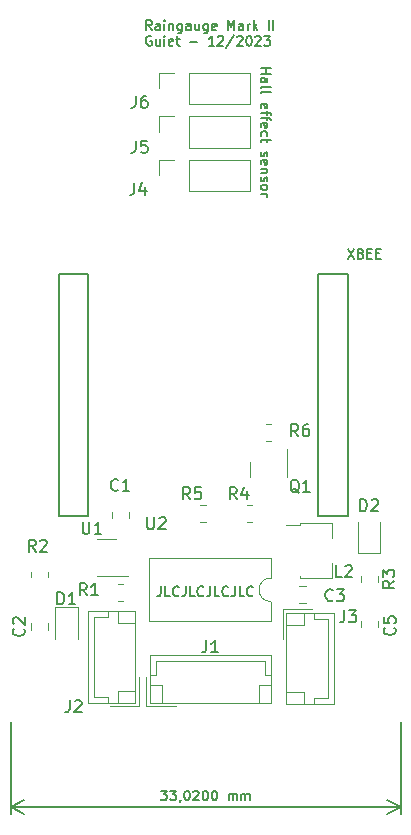
<source format=gbr>
%TF.GenerationSoftware,KiCad,Pcbnew,7.0.9*%
%TF.CreationDate,2023-12-30T17:24:47+01:00*%
%TF.ProjectId,rainguage,7261696e-6775-4616-9765-2e6b69636164,rev?*%
%TF.SameCoordinates,Original*%
%TF.FileFunction,Legend,Top*%
%TF.FilePolarity,Positive*%
%FSLAX46Y46*%
G04 Gerber Fmt 4.6, Leading zero omitted, Abs format (unit mm)*
G04 Created by KiCad (PCBNEW 7.0.9) date 2023-12-30 17:24:47*
%MOMM*%
%LPD*%
G01*
G04 APERTURE LIST*
%ADD10C,0.152400*%
%ADD11C,0.150000*%
%ADD12C,0.120000*%
%ADD13C,0.203200*%
G04 APERTURE END LIST*
D10*
X169436015Y-110204803D02*
X169436015Y-110785375D01*
X169436015Y-110785375D02*
X169397310Y-110901489D01*
X169397310Y-110901489D02*
X169319901Y-110978899D01*
X169319901Y-110978899D02*
X169203786Y-111017603D01*
X169203786Y-111017603D02*
X169126377Y-111017603D01*
X170210110Y-111017603D02*
X169823062Y-111017603D01*
X169823062Y-111017603D02*
X169823062Y-110204803D01*
X170945500Y-110940194D02*
X170906796Y-110978899D01*
X170906796Y-110978899D02*
X170790681Y-111017603D01*
X170790681Y-111017603D02*
X170713272Y-111017603D01*
X170713272Y-111017603D02*
X170597158Y-110978899D01*
X170597158Y-110978899D02*
X170519748Y-110901489D01*
X170519748Y-110901489D02*
X170481043Y-110824079D01*
X170481043Y-110824079D02*
X170442339Y-110669260D01*
X170442339Y-110669260D02*
X170442339Y-110553146D01*
X170442339Y-110553146D02*
X170481043Y-110398327D01*
X170481043Y-110398327D02*
X170519748Y-110320918D01*
X170519748Y-110320918D02*
X170597158Y-110243508D01*
X170597158Y-110243508D02*
X170713272Y-110204803D01*
X170713272Y-110204803D02*
X170790681Y-110204803D01*
X170790681Y-110204803D02*
X170906796Y-110243508D01*
X170906796Y-110243508D02*
X170945500Y-110282213D01*
X171526072Y-110204803D02*
X171526072Y-110785375D01*
X171526072Y-110785375D02*
X171487367Y-110901489D01*
X171487367Y-110901489D02*
X171409958Y-110978899D01*
X171409958Y-110978899D02*
X171293843Y-111017603D01*
X171293843Y-111017603D02*
X171216434Y-111017603D01*
X172300167Y-111017603D02*
X171913119Y-111017603D01*
X171913119Y-111017603D02*
X171913119Y-110204803D01*
X173035557Y-110940194D02*
X172996853Y-110978899D01*
X172996853Y-110978899D02*
X172880738Y-111017603D01*
X172880738Y-111017603D02*
X172803329Y-111017603D01*
X172803329Y-111017603D02*
X172687215Y-110978899D01*
X172687215Y-110978899D02*
X172609805Y-110901489D01*
X172609805Y-110901489D02*
X172571100Y-110824079D01*
X172571100Y-110824079D02*
X172532396Y-110669260D01*
X172532396Y-110669260D02*
X172532396Y-110553146D01*
X172532396Y-110553146D02*
X172571100Y-110398327D01*
X172571100Y-110398327D02*
X172609805Y-110320918D01*
X172609805Y-110320918D02*
X172687215Y-110243508D01*
X172687215Y-110243508D02*
X172803329Y-110204803D01*
X172803329Y-110204803D02*
X172880738Y-110204803D01*
X172880738Y-110204803D02*
X172996853Y-110243508D01*
X172996853Y-110243508D02*
X173035557Y-110282213D01*
X173616129Y-110204803D02*
X173616129Y-110785375D01*
X173616129Y-110785375D02*
X173577424Y-110901489D01*
X173577424Y-110901489D02*
X173500015Y-110978899D01*
X173500015Y-110978899D02*
X173383900Y-111017603D01*
X173383900Y-111017603D02*
X173306491Y-111017603D01*
X174390224Y-111017603D02*
X174003176Y-111017603D01*
X174003176Y-111017603D02*
X174003176Y-110204803D01*
X175125614Y-110940194D02*
X175086910Y-110978899D01*
X175086910Y-110978899D02*
X174970795Y-111017603D01*
X174970795Y-111017603D02*
X174893386Y-111017603D01*
X174893386Y-111017603D02*
X174777272Y-110978899D01*
X174777272Y-110978899D02*
X174699862Y-110901489D01*
X174699862Y-110901489D02*
X174661157Y-110824079D01*
X174661157Y-110824079D02*
X174622453Y-110669260D01*
X174622453Y-110669260D02*
X174622453Y-110553146D01*
X174622453Y-110553146D02*
X174661157Y-110398327D01*
X174661157Y-110398327D02*
X174699862Y-110320918D01*
X174699862Y-110320918D02*
X174777272Y-110243508D01*
X174777272Y-110243508D02*
X174893386Y-110204803D01*
X174893386Y-110204803D02*
X174970795Y-110204803D01*
X174970795Y-110204803D02*
X175086910Y-110243508D01*
X175086910Y-110243508D02*
X175125614Y-110282213D01*
X175706186Y-110204803D02*
X175706186Y-110785375D01*
X175706186Y-110785375D02*
X175667481Y-110901489D01*
X175667481Y-110901489D02*
X175590072Y-110978899D01*
X175590072Y-110978899D02*
X175473957Y-111017603D01*
X175473957Y-111017603D02*
X175396548Y-111017603D01*
X176480281Y-111017603D02*
X176093233Y-111017603D01*
X176093233Y-111017603D02*
X176093233Y-110204803D01*
X177215671Y-110940194D02*
X177176967Y-110978899D01*
X177176967Y-110978899D02*
X177060852Y-111017603D01*
X177060852Y-111017603D02*
X176983443Y-111017603D01*
X176983443Y-111017603D02*
X176867329Y-110978899D01*
X176867329Y-110978899D02*
X176789919Y-110901489D01*
X176789919Y-110901489D02*
X176751214Y-110824079D01*
X176751214Y-110824079D02*
X176712510Y-110669260D01*
X176712510Y-110669260D02*
X176712510Y-110553146D01*
X176712510Y-110553146D02*
X176751214Y-110398327D01*
X176751214Y-110398327D02*
X176789919Y-110320918D01*
X176789919Y-110320918D02*
X176867329Y-110243508D01*
X176867329Y-110243508D02*
X176983443Y-110204803D01*
X176983443Y-110204803D02*
X177060852Y-110204803D01*
X177060852Y-110204803D02*
X177176967Y-110243508D01*
X177176967Y-110243508D02*
X177215671Y-110282213D01*
X169434934Y-127495090D02*
X169938096Y-127495090D01*
X169938096Y-127495090D02*
X169667162Y-127804728D01*
X169667162Y-127804728D02*
X169783277Y-127804728D01*
X169783277Y-127804728D02*
X169860686Y-127843433D01*
X169860686Y-127843433D02*
X169899391Y-127882138D01*
X169899391Y-127882138D02*
X169938096Y-127959547D01*
X169938096Y-127959547D02*
X169938096Y-128153071D01*
X169938096Y-128153071D02*
X169899391Y-128230481D01*
X169899391Y-128230481D02*
X169860686Y-128269186D01*
X169860686Y-128269186D02*
X169783277Y-128307890D01*
X169783277Y-128307890D02*
X169551048Y-128307890D01*
X169551048Y-128307890D02*
X169473639Y-128269186D01*
X169473639Y-128269186D02*
X169434934Y-128230481D01*
X170209029Y-127495090D02*
X170712191Y-127495090D01*
X170712191Y-127495090D02*
X170441257Y-127804728D01*
X170441257Y-127804728D02*
X170557372Y-127804728D01*
X170557372Y-127804728D02*
X170634781Y-127843433D01*
X170634781Y-127843433D02*
X170673486Y-127882138D01*
X170673486Y-127882138D02*
X170712191Y-127959547D01*
X170712191Y-127959547D02*
X170712191Y-128153071D01*
X170712191Y-128153071D02*
X170673486Y-128230481D01*
X170673486Y-128230481D02*
X170634781Y-128269186D01*
X170634781Y-128269186D02*
X170557372Y-128307890D01*
X170557372Y-128307890D02*
X170325143Y-128307890D01*
X170325143Y-128307890D02*
X170247734Y-128269186D01*
X170247734Y-128269186D02*
X170209029Y-128230481D01*
X171099238Y-128269186D02*
X171099238Y-128307890D01*
X171099238Y-128307890D02*
X171060533Y-128385300D01*
X171060533Y-128385300D02*
X171021829Y-128424005D01*
X171602400Y-127495090D02*
X171679810Y-127495090D01*
X171679810Y-127495090D02*
X171757219Y-127533795D01*
X171757219Y-127533795D02*
X171795924Y-127572500D01*
X171795924Y-127572500D02*
X171834629Y-127649909D01*
X171834629Y-127649909D02*
X171873334Y-127804728D01*
X171873334Y-127804728D02*
X171873334Y-127998252D01*
X171873334Y-127998252D02*
X171834629Y-128153071D01*
X171834629Y-128153071D02*
X171795924Y-128230481D01*
X171795924Y-128230481D02*
X171757219Y-128269186D01*
X171757219Y-128269186D02*
X171679810Y-128307890D01*
X171679810Y-128307890D02*
X171602400Y-128307890D01*
X171602400Y-128307890D02*
X171524991Y-128269186D01*
X171524991Y-128269186D02*
X171486286Y-128230481D01*
X171486286Y-128230481D02*
X171447581Y-128153071D01*
X171447581Y-128153071D02*
X171408877Y-127998252D01*
X171408877Y-127998252D02*
X171408877Y-127804728D01*
X171408877Y-127804728D02*
X171447581Y-127649909D01*
X171447581Y-127649909D02*
X171486286Y-127572500D01*
X171486286Y-127572500D02*
X171524991Y-127533795D01*
X171524991Y-127533795D02*
X171602400Y-127495090D01*
X172182972Y-127572500D02*
X172221676Y-127533795D01*
X172221676Y-127533795D02*
X172299086Y-127495090D01*
X172299086Y-127495090D02*
X172492610Y-127495090D01*
X172492610Y-127495090D02*
X172570019Y-127533795D01*
X172570019Y-127533795D02*
X172608724Y-127572500D01*
X172608724Y-127572500D02*
X172647429Y-127649909D01*
X172647429Y-127649909D02*
X172647429Y-127727319D01*
X172647429Y-127727319D02*
X172608724Y-127843433D01*
X172608724Y-127843433D02*
X172144267Y-128307890D01*
X172144267Y-128307890D02*
X172647429Y-128307890D01*
X173150590Y-127495090D02*
X173228000Y-127495090D01*
X173228000Y-127495090D02*
X173305409Y-127533795D01*
X173305409Y-127533795D02*
X173344114Y-127572500D01*
X173344114Y-127572500D02*
X173382819Y-127649909D01*
X173382819Y-127649909D02*
X173421524Y-127804728D01*
X173421524Y-127804728D02*
X173421524Y-127998252D01*
X173421524Y-127998252D02*
X173382819Y-128153071D01*
X173382819Y-128153071D02*
X173344114Y-128230481D01*
X173344114Y-128230481D02*
X173305409Y-128269186D01*
X173305409Y-128269186D02*
X173228000Y-128307890D01*
X173228000Y-128307890D02*
X173150590Y-128307890D01*
X173150590Y-128307890D02*
X173073181Y-128269186D01*
X173073181Y-128269186D02*
X173034476Y-128230481D01*
X173034476Y-128230481D02*
X172995771Y-128153071D01*
X172995771Y-128153071D02*
X172957067Y-127998252D01*
X172957067Y-127998252D02*
X172957067Y-127804728D01*
X172957067Y-127804728D02*
X172995771Y-127649909D01*
X172995771Y-127649909D02*
X173034476Y-127572500D01*
X173034476Y-127572500D02*
X173073181Y-127533795D01*
X173073181Y-127533795D02*
X173150590Y-127495090D01*
X173924685Y-127495090D02*
X174002095Y-127495090D01*
X174002095Y-127495090D02*
X174079504Y-127533795D01*
X174079504Y-127533795D02*
X174118209Y-127572500D01*
X174118209Y-127572500D02*
X174156914Y-127649909D01*
X174156914Y-127649909D02*
X174195619Y-127804728D01*
X174195619Y-127804728D02*
X174195619Y-127998252D01*
X174195619Y-127998252D02*
X174156914Y-128153071D01*
X174156914Y-128153071D02*
X174118209Y-128230481D01*
X174118209Y-128230481D02*
X174079504Y-128269186D01*
X174079504Y-128269186D02*
X174002095Y-128307890D01*
X174002095Y-128307890D02*
X173924685Y-128307890D01*
X173924685Y-128307890D02*
X173847276Y-128269186D01*
X173847276Y-128269186D02*
X173808571Y-128230481D01*
X173808571Y-128230481D02*
X173769866Y-128153071D01*
X173769866Y-128153071D02*
X173731162Y-127998252D01*
X173731162Y-127998252D02*
X173731162Y-127804728D01*
X173731162Y-127804728D02*
X173769866Y-127649909D01*
X173769866Y-127649909D02*
X173808571Y-127572500D01*
X173808571Y-127572500D02*
X173847276Y-127533795D01*
X173847276Y-127533795D02*
X173924685Y-127495090D01*
X175163237Y-128307890D02*
X175163237Y-127766024D01*
X175163237Y-127843433D02*
X175201942Y-127804728D01*
X175201942Y-127804728D02*
X175279352Y-127766024D01*
X175279352Y-127766024D02*
X175395466Y-127766024D01*
X175395466Y-127766024D02*
X175472875Y-127804728D01*
X175472875Y-127804728D02*
X175511580Y-127882138D01*
X175511580Y-127882138D02*
X175511580Y-128307890D01*
X175511580Y-127882138D02*
X175550285Y-127804728D01*
X175550285Y-127804728D02*
X175627694Y-127766024D01*
X175627694Y-127766024D02*
X175743809Y-127766024D01*
X175743809Y-127766024D02*
X175821218Y-127804728D01*
X175821218Y-127804728D02*
X175859923Y-127882138D01*
X175859923Y-127882138D02*
X175859923Y-128307890D01*
X176246970Y-128307890D02*
X176246970Y-127766024D01*
X176246970Y-127843433D02*
X176285675Y-127804728D01*
X176285675Y-127804728D02*
X176363085Y-127766024D01*
X176363085Y-127766024D02*
X176479199Y-127766024D01*
X176479199Y-127766024D02*
X176556608Y-127804728D01*
X176556608Y-127804728D02*
X176595313Y-127882138D01*
X176595313Y-127882138D02*
X176595313Y-128307890D01*
X176595313Y-127882138D02*
X176634018Y-127804728D01*
X176634018Y-127804728D02*
X176711427Y-127766024D01*
X176711427Y-127766024D02*
X176827542Y-127766024D01*
X176827542Y-127766024D02*
X176904951Y-127804728D01*
X176904951Y-127804728D02*
X176943656Y-127882138D01*
X176943656Y-127882138D02*
X176943656Y-128307890D01*
X156718000Y-121658000D02*
X156718000Y-129491419D01*
X189738000Y-121658000D02*
X189738000Y-129491419D01*
X156718000Y-128904999D02*
X189738000Y-128904999D01*
X156718000Y-128904999D02*
X189738000Y-128904999D01*
X156718000Y-128904999D02*
X157844504Y-128318578D01*
X156718000Y-128904999D02*
X157844504Y-129491420D01*
X189738000Y-128904999D02*
X188611496Y-129491420D01*
X189738000Y-128904999D02*
X188611496Y-128318578D01*
X168652243Y-63099995D02*
X168381310Y-62712948D01*
X168187786Y-63099995D02*
X168187786Y-62287195D01*
X168187786Y-62287195D02*
X168497424Y-62287195D01*
X168497424Y-62287195D02*
X168574834Y-62325900D01*
X168574834Y-62325900D02*
X168613539Y-62364605D01*
X168613539Y-62364605D02*
X168652243Y-62442014D01*
X168652243Y-62442014D02*
X168652243Y-62558129D01*
X168652243Y-62558129D02*
X168613539Y-62635538D01*
X168613539Y-62635538D02*
X168574834Y-62674243D01*
X168574834Y-62674243D02*
X168497424Y-62712948D01*
X168497424Y-62712948D02*
X168187786Y-62712948D01*
X169348929Y-63099995D02*
X169348929Y-62674243D01*
X169348929Y-62674243D02*
X169310224Y-62596833D01*
X169310224Y-62596833D02*
X169232815Y-62558129D01*
X169232815Y-62558129D02*
X169077996Y-62558129D01*
X169077996Y-62558129D02*
X169000586Y-62596833D01*
X169348929Y-63061291D02*
X169271520Y-63099995D01*
X169271520Y-63099995D02*
X169077996Y-63099995D01*
X169077996Y-63099995D02*
X169000586Y-63061291D01*
X169000586Y-63061291D02*
X168961882Y-62983881D01*
X168961882Y-62983881D02*
X168961882Y-62906471D01*
X168961882Y-62906471D02*
X169000586Y-62829062D01*
X169000586Y-62829062D02*
X169077996Y-62790357D01*
X169077996Y-62790357D02*
X169271520Y-62790357D01*
X169271520Y-62790357D02*
X169348929Y-62751652D01*
X169735976Y-63099995D02*
X169735976Y-62558129D01*
X169735976Y-62287195D02*
X169697272Y-62325900D01*
X169697272Y-62325900D02*
X169735976Y-62364605D01*
X169735976Y-62364605D02*
X169774681Y-62325900D01*
X169774681Y-62325900D02*
X169735976Y-62287195D01*
X169735976Y-62287195D02*
X169735976Y-62364605D01*
X170123024Y-62558129D02*
X170123024Y-63099995D01*
X170123024Y-62635538D02*
X170161729Y-62596833D01*
X170161729Y-62596833D02*
X170239139Y-62558129D01*
X170239139Y-62558129D02*
X170355253Y-62558129D01*
X170355253Y-62558129D02*
X170432662Y-62596833D01*
X170432662Y-62596833D02*
X170471367Y-62674243D01*
X170471367Y-62674243D02*
X170471367Y-63099995D01*
X171206757Y-62558129D02*
X171206757Y-63216110D01*
X171206757Y-63216110D02*
X171168052Y-63293519D01*
X171168052Y-63293519D02*
X171129348Y-63332224D01*
X171129348Y-63332224D02*
X171051938Y-63370929D01*
X171051938Y-63370929D02*
X170935824Y-63370929D01*
X170935824Y-63370929D02*
X170858414Y-63332224D01*
X171206757Y-63061291D02*
X171129348Y-63099995D01*
X171129348Y-63099995D02*
X170974529Y-63099995D01*
X170974529Y-63099995D02*
X170897119Y-63061291D01*
X170897119Y-63061291D02*
X170858414Y-63022586D01*
X170858414Y-63022586D02*
X170819710Y-62945176D01*
X170819710Y-62945176D02*
X170819710Y-62712948D01*
X170819710Y-62712948D02*
X170858414Y-62635538D01*
X170858414Y-62635538D02*
X170897119Y-62596833D01*
X170897119Y-62596833D02*
X170974529Y-62558129D01*
X170974529Y-62558129D02*
X171129348Y-62558129D01*
X171129348Y-62558129D02*
X171206757Y-62596833D01*
X171942147Y-63099995D02*
X171942147Y-62674243D01*
X171942147Y-62674243D02*
X171903442Y-62596833D01*
X171903442Y-62596833D02*
X171826033Y-62558129D01*
X171826033Y-62558129D02*
X171671214Y-62558129D01*
X171671214Y-62558129D02*
X171593804Y-62596833D01*
X171942147Y-63061291D02*
X171864738Y-63099995D01*
X171864738Y-63099995D02*
X171671214Y-63099995D01*
X171671214Y-63099995D02*
X171593804Y-63061291D01*
X171593804Y-63061291D02*
X171555100Y-62983881D01*
X171555100Y-62983881D02*
X171555100Y-62906471D01*
X171555100Y-62906471D02*
X171593804Y-62829062D01*
X171593804Y-62829062D02*
X171671214Y-62790357D01*
X171671214Y-62790357D02*
X171864738Y-62790357D01*
X171864738Y-62790357D02*
X171942147Y-62751652D01*
X172677537Y-62558129D02*
X172677537Y-63099995D01*
X172329194Y-62558129D02*
X172329194Y-62983881D01*
X172329194Y-62983881D02*
X172367899Y-63061291D01*
X172367899Y-63061291D02*
X172445309Y-63099995D01*
X172445309Y-63099995D02*
X172561423Y-63099995D01*
X172561423Y-63099995D02*
X172638832Y-63061291D01*
X172638832Y-63061291D02*
X172677537Y-63022586D01*
X173412927Y-62558129D02*
X173412927Y-63216110D01*
X173412927Y-63216110D02*
X173374222Y-63293519D01*
X173374222Y-63293519D02*
X173335518Y-63332224D01*
X173335518Y-63332224D02*
X173258108Y-63370929D01*
X173258108Y-63370929D02*
X173141994Y-63370929D01*
X173141994Y-63370929D02*
X173064584Y-63332224D01*
X173412927Y-63061291D02*
X173335518Y-63099995D01*
X173335518Y-63099995D02*
X173180699Y-63099995D01*
X173180699Y-63099995D02*
X173103289Y-63061291D01*
X173103289Y-63061291D02*
X173064584Y-63022586D01*
X173064584Y-63022586D02*
X173025880Y-62945176D01*
X173025880Y-62945176D02*
X173025880Y-62712948D01*
X173025880Y-62712948D02*
X173064584Y-62635538D01*
X173064584Y-62635538D02*
X173103289Y-62596833D01*
X173103289Y-62596833D02*
X173180699Y-62558129D01*
X173180699Y-62558129D02*
X173335518Y-62558129D01*
X173335518Y-62558129D02*
X173412927Y-62596833D01*
X174109612Y-63061291D02*
X174032203Y-63099995D01*
X174032203Y-63099995D02*
X173877384Y-63099995D01*
X173877384Y-63099995D02*
X173799974Y-63061291D01*
X173799974Y-63061291D02*
X173761270Y-62983881D01*
X173761270Y-62983881D02*
X173761270Y-62674243D01*
X173761270Y-62674243D02*
X173799974Y-62596833D01*
X173799974Y-62596833D02*
X173877384Y-62558129D01*
X173877384Y-62558129D02*
X174032203Y-62558129D01*
X174032203Y-62558129D02*
X174109612Y-62596833D01*
X174109612Y-62596833D02*
X174148317Y-62674243D01*
X174148317Y-62674243D02*
X174148317Y-62751652D01*
X174148317Y-62751652D02*
X173761270Y-62829062D01*
X175115936Y-63099995D02*
X175115936Y-62287195D01*
X175115936Y-62287195D02*
X175386870Y-62867767D01*
X175386870Y-62867767D02*
X175657803Y-62287195D01*
X175657803Y-62287195D02*
X175657803Y-63099995D01*
X176393193Y-63099995D02*
X176393193Y-62674243D01*
X176393193Y-62674243D02*
X176354488Y-62596833D01*
X176354488Y-62596833D02*
X176277079Y-62558129D01*
X176277079Y-62558129D02*
X176122260Y-62558129D01*
X176122260Y-62558129D02*
X176044850Y-62596833D01*
X176393193Y-63061291D02*
X176315784Y-63099995D01*
X176315784Y-63099995D02*
X176122260Y-63099995D01*
X176122260Y-63099995D02*
X176044850Y-63061291D01*
X176044850Y-63061291D02*
X176006146Y-62983881D01*
X176006146Y-62983881D02*
X176006146Y-62906471D01*
X176006146Y-62906471D02*
X176044850Y-62829062D01*
X176044850Y-62829062D02*
X176122260Y-62790357D01*
X176122260Y-62790357D02*
X176315784Y-62790357D01*
X176315784Y-62790357D02*
X176393193Y-62751652D01*
X176780240Y-63099995D02*
X176780240Y-62558129D01*
X176780240Y-62712948D02*
X176818945Y-62635538D01*
X176818945Y-62635538D02*
X176857650Y-62596833D01*
X176857650Y-62596833D02*
X176935059Y-62558129D01*
X176935059Y-62558129D02*
X177012469Y-62558129D01*
X177283402Y-63099995D02*
X177283402Y-62287195D01*
X177360812Y-62790357D02*
X177593040Y-63099995D01*
X177593040Y-62558129D02*
X177283402Y-62867767D01*
X178560659Y-63099995D02*
X178560659Y-62287195D01*
X178947707Y-63099995D02*
X178947707Y-62287195D01*
X168613539Y-63634508D02*
X168536129Y-63595803D01*
X168536129Y-63595803D02*
X168420015Y-63595803D01*
X168420015Y-63595803D02*
X168303901Y-63634508D01*
X168303901Y-63634508D02*
X168226491Y-63711918D01*
X168226491Y-63711918D02*
X168187786Y-63789327D01*
X168187786Y-63789327D02*
X168149082Y-63944146D01*
X168149082Y-63944146D02*
X168149082Y-64060260D01*
X168149082Y-64060260D02*
X168187786Y-64215079D01*
X168187786Y-64215079D02*
X168226491Y-64292489D01*
X168226491Y-64292489D02*
X168303901Y-64369899D01*
X168303901Y-64369899D02*
X168420015Y-64408603D01*
X168420015Y-64408603D02*
X168497424Y-64408603D01*
X168497424Y-64408603D02*
X168613539Y-64369899D01*
X168613539Y-64369899D02*
X168652243Y-64331194D01*
X168652243Y-64331194D02*
X168652243Y-64060260D01*
X168652243Y-64060260D02*
X168497424Y-64060260D01*
X169348929Y-63866737D02*
X169348929Y-64408603D01*
X169000586Y-63866737D02*
X169000586Y-64292489D01*
X169000586Y-64292489D02*
X169039291Y-64369899D01*
X169039291Y-64369899D02*
X169116701Y-64408603D01*
X169116701Y-64408603D02*
X169232815Y-64408603D01*
X169232815Y-64408603D02*
X169310224Y-64369899D01*
X169310224Y-64369899D02*
X169348929Y-64331194D01*
X169735976Y-64408603D02*
X169735976Y-63866737D01*
X169735976Y-63595803D02*
X169697272Y-63634508D01*
X169697272Y-63634508D02*
X169735976Y-63673213D01*
X169735976Y-63673213D02*
X169774681Y-63634508D01*
X169774681Y-63634508D02*
X169735976Y-63595803D01*
X169735976Y-63595803D02*
X169735976Y-63673213D01*
X170432662Y-64369899D02*
X170355253Y-64408603D01*
X170355253Y-64408603D02*
X170200434Y-64408603D01*
X170200434Y-64408603D02*
X170123024Y-64369899D01*
X170123024Y-64369899D02*
X170084320Y-64292489D01*
X170084320Y-64292489D02*
X170084320Y-63982851D01*
X170084320Y-63982851D02*
X170123024Y-63905441D01*
X170123024Y-63905441D02*
X170200434Y-63866737D01*
X170200434Y-63866737D02*
X170355253Y-63866737D01*
X170355253Y-63866737D02*
X170432662Y-63905441D01*
X170432662Y-63905441D02*
X170471367Y-63982851D01*
X170471367Y-63982851D02*
X170471367Y-64060260D01*
X170471367Y-64060260D02*
X170084320Y-64137670D01*
X170703596Y-63866737D02*
X171013234Y-63866737D01*
X170819710Y-63595803D02*
X170819710Y-64292489D01*
X170819710Y-64292489D02*
X170858415Y-64369899D01*
X170858415Y-64369899D02*
X170935825Y-64408603D01*
X170935825Y-64408603D02*
X171013234Y-64408603D01*
X171903443Y-64098965D02*
X172522720Y-64098965D01*
X173954796Y-64408603D02*
X173490339Y-64408603D01*
X173722567Y-64408603D02*
X173722567Y-63595803D01*
X173722567Y-63595803D02*
X173645158Y-63711918D01*
X173645158Y-63711918D02*
X173567748Y-63789327D01*
X173567748Y-63789327D02*
X173490339Y-63828032D01*
X174264434Y-63673213D02*
X174303138Y-63634508D01*
X174303138Y-63634508D02*
X174380548Y-63595803D01*
X174380548Y-63595803D02*
X174574072Y-63595803D01*
X174574072Y-63595803D02*
X174651481Y-63634508D01*
X174651481Y-63634508D02*
X174690186Y-63673213D01*
X174690186Y-63673213D02*
X174728891Y-63750622D01*
X174728891Y-63750622D02*
X174728891Y-63828032D01*
X174728891Y-63828032D02*
X174690186Y-63944146D01*
X174690186Y-63944146D02*
X174225729Y-64408603D01*
X174225729Y-64408603D02*
X174728891Y-64408603D01*
X175657805Y-63557099D02*
X174961119Y-64602127D01*
X175890034Y-63673213D02*
X175928738Y-63634508D01*
X175928738Y-63634508D02*
X176006148Y-63595803D01*
X176006148Y-63595803D02*
X176199672Y-63595803D01*
X176199672Y-63595803D02*
X176277081Y-63634508D01*
X176277081Y-63634508D02*
X176315786Y-63673213D01*
X176315786Y-63673213D02*
X176354491Y-63750622D01*
X176354491Y-63750622D02*
X176354491Y-63828032D01*
X176354491Y-63828032D02*
X176315786Y-63944146D01*
X176315786Y-63944146D02*
X175851329Y-64408603D01*
X175851329Y-64408603D02*
X176354491Y-64408603D01*
X176857652Y-63595803D02*
X176935062Y-63595803D01*
X176935062Y-63595803D02*
X177012471Y-63634508D01*
X177012471Y-63634508D02*
X177051176Y-63673213D01*
X177051176Y-63673213D02*
X177089881Y-63750622D01*
X177089881Y-63750622D02*
X177128586Y-63905441D01*
X177128586Y-63905441D02*
X177128586Y-64098965D01*
X177128586Y-64098965D02*
X177089881Y-64253784D01*
X177089881Y-64253784D02*
X177051176Y-64331194D01*
X177051176Y-64331194D02*
X177012471Y-64369899D01*
X177012471Y-64369899D02*
X176935062Y-64408603D01*
X176935062Y-64408603D02*
X176857652Y-64408603D01*
X176857652Y-64408603D02*
X176780243Y-64369899D01*
X176780243Y-64369899D02*
X176741538Y-64331194D01*
X176741538Y-64331194D02*
X176702833Y-64253784D01*
X176702833Y-64253784D02*
X176664129Y-64098965D01*
X176664129Y-64098965D02*
X176664129Y-63905441D01*
X176664129Y-63905441D02*
X176702833Y-63750622D01*
X176702833Y-63750622D02*
X176741538Y-63673213D01*
X176741538Y-63673213D02*
X176780243Y-63634508D01*
X176780243Y-63634508D02*
X176857652Y-63595803D01*
X177438224Y-63673213D02*
X177476928Y-63634508D01*
X177476928Y-63634508D02*
X177554338Y-63595803D01*
X177554338Y-63595803D02*
X177747862Y-63595803D01*
X177747862Y-63595803D02*
X177825271Y-63634508D01*
X177825271Y-63634508D02*
X177863976Y-63673213D01*
X177863976Y-63673213D02*
X177902681Y-63750622D01*
X177902681Y-63750622D02*
X177902681Y-63828032D01*
X177902681Y-63828032D02*
X177863976Y-63944146D01*
X177863976Y-63944146D02*
X177399519Y-64408603D01*
X177399519Y-64408603D02*
X177902681Y-64408603D01*
X178173614Y-63595803D02*
X178676776Y-63595803D01*
X178676776Y-63595803D02*
X178405842Y-63905441D01*
X178405842Y-63905441D02*
X178521957Y-63905441D01*
X178521957Y-63905441D02*
X178599366Y-63944146D01*
X178599366Y-63944146D02*
X178638071Y-63982851D01*
X178638071Y-63982851D02*
X178676776Y-64060260D01*
X178676776Y-64060260D02*
X178676776Y-64253784D01*
X178676776Y-64253784D02*
X178638071Y-64331194D01*
X178638071Y-64331194D02*
X178599366Y-64369899D01*
X178599366Y-64369899D02*
X178521957Y-64408603D01*
X178521957Y-64408603D02*
X178289728Y-64408603D01*
X178289728Y-64408603D02*
X178212319Y-64369899D01*
X178212319Y-64369899D02*
X178173614Y-64331194D01*
X177907396Y-66333786D02*
X178720196Y-66333786D01*
X178333148Y-66333786D02*
X178333148Y-66798243D01*
X177907396Y-66798243D02*
X178720196Y-66798243D01*
X177907396Y-67533634D02*
X178333148Y-67533634D01*
X178333148Y-67533634D02*
X178410558Y-67494929D01*
X178410558Y-67494929D02*
X178449262Y-67417520D01*
X178449262Y-67417520D02*
X178449262Y-67262701D01*
X178449262Y-67262701D02*
X178410558Y-67185291D01*
X177946101Y-67533634D02*
X177907396Y-67456225D01*
X177907396Y-67456225D02*
X177907396Y-67262701D01*
X177907396Y-67262701D02*
X177946101Y-67185291D01*
X177946101Y-67185291D02*
X178023510Y-67146587D01*
X178023510Y-67146587D02*
X178100920Y-67146587D01*
X178100920Y-67146587D02*
X178178329Y-67185291D01*
X178178329Y-67185291D02*
X178217034Y-67262701D01*
X178217034Y-67262701D02*
X178217034Y-67456225D01*
X178217034Y-67456225D02*
X178255739Y-67533634D01*
X177907396Y-68036796D02*
X177946101Y-67959386D01*
X177946101Y-67959386D02*
X178023510Y-67920681D01*
X178023510Y-67920681D02*
X178720196Y-67920681D01*
X177907396Y-68462548D02*
X177946101Y-68385138D01*
X177946101Y-68385138D02*
X178023510Y-68346433D01*
X178023510Y-68346433D02*
X178720196Y-68346433D01*
X177946101Y-69701099D02*
X177907396Y-69623690D01*
X177907396Y-69623690D02*
X177907396Y-69468871D01*
X177907396Y-69468871D02*
X177946101Y-69391461D01*
X177946101Y-69391461D02*
X178023510Y-69352757D01*
X178023510Y-69352757D02*
X178333148Y-69352757D01*
X178333148Y-69352757D02*
X178410558Y-69391461D01*
X178410558Y-69391461D02*
X178449262Y-69468871D01*
X178449262Y-69468871D02*
X178449262Y-69623690D01*
X178449262Y-69623690D02*
X178410558Y-69701099D01*
X178410558Y-69701099D02*
X178333148Y-69739804D01*
X178333148Y-69739804D02*
X178255739Y-69739804D01*
X178255739Y-69739804D02*
X178178329Y-69352757D01*
X178449262Y-69972033D02*
X178449262Y-70281671D01*
X177907396Y-70088147D02*
X178604081Y-70088147D01*
X178604081Y-70088147D02*
X178681491Y-70126852D01*
X178681491Y-70126852D02*
X178720196Y-70204262D01*
X178720196Y-70204262D02*
X178720196Y-70281671D01*
X178449262Y-70436490D02*
X178449262Y-70746128D01*
X177907396Y-70552604D02*
X178604081Y-70552604D01*
X178604081Y-70552604D02*
X178681491Y-70591309D01*
X178681491Y-70591309D02*
X178720196Y-70668719D01*
X178720196Y-70668719D02*
X178720196Y-70746128D01*
X177946101Y-71326699D02*
X177907396Y-71249290D01*
X177907396Y-71249290D02*
X177907396Y-71094471D01*
X177907396Y-71094471D02*
X177946101Y-71017061D01*
X177946101Y-71017061D02*
X178023510Y-70978357D01*
X178023510Y-70978357D02*
X178333148Y-70978357D01*
X178333148Y-70978357D02*
X178410558Y-71017061D01*
X178410558Y-71017061D02*
X178449262Y-71094471D01*
X178449262Y-71094471D02*
X178449262Y-71249290D01*
X178449262Y-71249290D02*
X178410558Y-71326699D01*
X178410558Y-71326699D02*
X178333148Y-71365404D01*
X178333148Y-71365404D02*
X178255739Y-71365404D01*
X178255739Y-71365404D02*
X178178329Y-70978357D01*
X177946101Y-72062090D02*
X177907396Y-71984681D01*
X177907396Y-71984681D02*
X177907396Y-71829862D01*
X177907396Y-71829862D02*
X177946101Y-71752452D01*
X177946101Y-71752452D02*
X177984805Y-71713747D01*
X177984805Y-71713747D02*
X178062215Y-71675043D01*
X178062215Y-71675043D02*
X178294443Y-71675043D01*
X178294443Y-71675043D02*
X178371853Y-71713747D01*
X178371853Y-71713747D02*
X178410558Y-71752452D01*
X178410558Y-71752452D02*
X178449262Y-71829862D01*
X178449262Y-71829862D02*
X178449262Y-71984681D01*
X178449262Y-71984681D02*
X178410558Y-72062090D01*
X178449262Y-72294319D02*
X178449262Y-72603957D01*
X178720196Y-72410433D02*
X178023510Y-72410433D01*
X178023510Y-72410433D02*
X177946101Y-72449138D01*
X177946101Y-72449138D02*
X177907396Y-72526548D01*
X177907396Y-72526548D02*
X177907396Y-72603957D01*
X177946101Y-73455462D02*
X177907396Y-73532871D01*
X177907396Y-73532871D02*
X177907396Y-73687690D01*
X177907396Y-73687690D02*
X177946101Y-73765100D01*
X177946101Y-73765100D02*
X178023510Y-73803804D01*
X178023510Y-73803804D02*
X178062215Y-73803804D01*
X178062215Y-73803804D02*
X178139624Y-73765100D01*
X178139624Y-73765100D02*
X178178329Y-73687690D01*
X178178329Y-73687690D02*
X178178329Y-73571576D01*
X178178329Y-73571576D02*
X178217034Y-73494166D01*
X178217034Y-73494166D02*
X178294443Y-73455462D01*
X178294443Y-73455462D02*
X178333148Y-73455462D01*
X178333148Y-73455462D02*
X178410558Y-73494166D01*
X178410558Y-73494166D02*
X178449262Y-73571576D01*
X178449262Y-73571576D02*
X178449262Y-73687690D01*
X178449262Y-73687690D02*
X178410558Y-73765100D01*
X177946101Y-74461785D02*
X177907396Y-74384376D01*
X177907396Y-74384376D02*
X177907396Y-74229557D01*
X177907396Y-74229557D02*
X177946101Y-74152147D01*
X177946101Y-74152147D02*
X178023510Y-74113443D01*
X178023510Y-74113443D02*
X178333148Y-74113443D01*
X178333148Y-74113443D02*
X178410558Y-74152147D01*
X178410558Y-74152147D02*
X178449262Y-74229557D01*
X178449262Y-74229557D02*
X178449262Y-74384376D01*
X178449262Y-74384376D02*
X178410558Y-74461785D01*
X178410558Y-74461785D02*
X178333148Y-74500490D01*
X178333148Y-74500490D02*
X178255739Y-74500490D01*
X178255739Y-74500490D02*
X178178329Y-74113443D01*
X178449262Y-74848833D02*
X177907396Y-74848833D01*
X178371853Y-74848833D02*
X178410558Y-74887538D01*
X178410558Y-74887538D02*
X178449262Y-74964948D01*
X178449262Y-74964948D02*
X178449262Y-75081062D01*
X178449262Y-75081062D02*
X178410558Y-75158471D01*
X178410558Y-75158471D02*
X178333148Y-75197176D01*
X178333148Y-75197176D02*
X177907396Y-75197176D01*
X177946101Y-75545519D02*
X177907396Y-75622928D01*
X177907396Y-75622928D02*
X177907396Y-75777747D01*
X177907396Y-75777747D02*
X177946101Y-75855157D01*
X177946101Y-75855157D02*
X178023510Y-75893861D01*
X178023510Y-75893861D02*
X178062215Y-75893861D01*
X178062215Y-75893861D02*
X178139624Y-75855157D01*
X178139624Y-75855157D02*
X178178329Y-75777747D01*
X178178329Y-75777747D02*
X178178329Y-75661633D01*
X178178329Y-75661633D02*
X178217034Y-75584223D01*
X178217034Y-75584223D02*
X178294443Y-75545519D01*
X178294443Y-75545519D02*
X178333148Y-75545519D01*
X178333148Y-75545519D02*
X178410558Y-75584223D01*
X178410558Y-75584223D02*
X178449262Y-75661633D01*
X178449262Y-75661633D02*
X178449262Y-75777747D01*
X178449262Y-75777747D02*
X178410558Y-75855157D01*
X177907396Y-76358319D02*
X177946101Y-76280909D01*
X177946101Y-76280909D02*
X177984805Y-76242204D01*
X177984805Y-76242204D02*
X178062215Y-76203500D01*
X178062215Y-76203500D02*
X178294443Y-76203500D01*
X178294443Y-76203500D02*
X178371853Y-76242204D01*
X178371853Y-76242204D02*
X178410558Y-76280909D01*
X178410558Y-76280909D02*
X178449262Y-76358319D01*
X178449262Y-76358319D02*
X178449262Y-76474433D01*
X178449262Y-76474433D02*
X178410558Y-76551842D01*
X178410558Y-76551842D02*
X178371853Y-76590547D01*
X178371853Y-76590547D02*
X178294443Y-76629252D01*
X178294443Y-76629252D02*
X178062215Y-76629252D01*
X178062215Y-76629252D02*
X177984805Y-76590547D01*
X177984805Y-76590547D02*
X177946101Y-76551842D01*
X177946101Y-76551842D02*
X177907396Y-76474433D01*
X177907396Y-76474433D02*
X177907396Y-76358319D01*
X177907396Y-76977594D02*
X178449262Y-76977594D01*
X178294443Y-76977594D02*
X178371853Y-77016299D01*
X178371853Y-77016299D02*
X178410558Y-77055004D01*
X178410558Y-77055004D02*
X178449262Y-77132413D01*
X178449262Y-77132413D02*
X178449262Y-77209823D01*
X185255377Y-81629803D02*
X185797243Y-82442603D01*
X185797243Y-81629803D02*
X185255377Y-82442603D01*
X186377815Y-82016851D02*
X186493929Y-82055556D01*
X186493929Y-82055556D02*
X186532634Y-82094260D01*
X186532634Y-82094260D02*
X186571338Y-82171670D01*
X186571338Y-82171670D02*
X186571338Y-82287784D01*
X186571338Y-82287784D02*
X186532634Y-82365194D01*
X186532634Y-82365194D02*
X186493929Y-82403899D01*
X186493929Y-82403899D02*
X186416519Y-82442603D01*
X186416519Y-82442603D02*
X186106881Y-82442603D01*
X186106881Y-82442603D02*
X186106881Y-81629803D01*
X186106881Y-81629803D02*
X186377815Y-81629803D01*
X186377815Y-81629803D02*
X186455224Y-81668508D01*
X186455224Y-81668508D02*
X186493929Y-81707213D01*
X186493929Y-81707213D02*
X186532634Y-81784622D01*
X186532634Y-81784622D02*
X186532634Y-81862032D01*
X186532634Y-81862032D02*
X186493929Y-81939441D01*
X186493929Y-81939441D02*
X186455224Y-81978146D01*
X186455224Y-81978146D02*
X186377815Y-82016851D01*
X186377815Y-82016851D02*
X186106881Y-82016851D01*
X186919681Y-82016851D02*
X187190615Y-82016851D01*
X187306729Y-82442603D02*
X186919681Y-82442603D01*
X186919681Y-82442603D02*
X186919681Y-81629803D01*
X186919681Y-81629803D02*
X187306729Y-81629803D01*
X187655071Y-82016851D02*
X187926005Y-82016851D01*
X188042119Y-82442603D02*
X187655071Y-82442603D01*
X187655071Y-82442603D02*
X187655071Y-81629803D01*
X187655071Y-81629803D02*
X188042119Y-81629803D01*
D11*
X167306666Y-68669819D02*
X167306666Y-69384104D01*
X167306666Y-69384104D02*
X167259047Y-69526961D01*
X167259047Y-69526961D02*
X167163809Y-69622200D01*
X167163809Y-69622200D02*
X167020952Y-69669819D01*
X167020952Y-69669819D02*
X166925714Y-69669819D01*
X168211428Y-68669819D02*
X168020952Y-68669819D01*
X168020952Y-68669819D02*
X167925714Y-68717438D01*
X167925714Y-68717438D02*
X167878095Y-68765057D01*
X167878095Y-68765057D02*
X167782857Y-68907914D01*
X167782857Y-68907914D02*
X167735238Y-69098390D01*
X167735238Y-69098390D02*
X167735238Y-69479342D01*
X167735238Y-69479342D02*
X167782857Y-69574580D01*
X167782857Y-69574580D02*
X167830476Y-69622200D01*
X167830476Y-69622200D02*
X167925714Y-69669819D01*
X167925714Y-69669819D02*
X168116190Y-69669819D01*
X168116190Y-69669819D02*
X168211428Y-69622200D01*
X168211428Y-69622200D02*
X168259047Y-69574580D01*
X168259047Y-69574580D02*
X168306666Y-69479342D01*
X168306666Y-69479342D02*
X168306666Y-69241247D01*
X168306666Y-69241247D02*
X168259047Y-69146009D01*
X168259047Y-69146009D02*
X168211428Y-69098390D01*
X168211428Y-69098390D02*
X168116190Y-69050771D01*
X168116190Y-69050771D02*
X167925714Y-69050771D01*
X167925714Y-69050771D02*
X167830476Y-69098390D01*
X167830476Y-69098390D02*
X167782857Y-69146009D01*
X167782857Y-69146009D02*
X167735238Y-69241247D01*
X167306666Y-72479819D02*
X167306666Y-73194104D01*
X167306666Y-73194104D02*
X167259047Y-73336961D01*
X167259047Y-73336961D02*
X167163809Y-73432200D01*
X167163809Y-73432200D02*
X167020952Y-73479819D01*
X167020952Y-73479819D02*
X166925714Y-73479819D01*
X168259047Y-72479819D02*
X167782857Y-72479819D01*
X167782857Y-72479819D02*
X167735238Y-72956009D01*
X167735238Y-72956009D02*
X167782857Y-72908390D01*
X167782857Y-72908390D02*
X167878095Y-72860771D01*
X167878095Y-72860771D02*
X168116190Y-72860771D01*
X168116190Y-72860771D02*
X168211428Y-72908390D01*
X168211428Y-72908390D02*
X168259047Y-72956009D01*
X168259047Y-72956009D02*
X168306666Y-73051247D01*
X168306666Y-73051247D02*
X168306666Y-73289342D01*
X168306666Y-73289342D02*
X168259047Y-73384580D01*
X168259047Y-73384580D02*
X168211428Y-73432200D01*
X168211428Y-73432200D02*
X168116190Y-73479819D01*
X168116190Y-73479819D02*
X167878095Y-73479819D01*
X167878095Y-73479819D02*
X167782857Y-73432200D01*
X167782857Y-73432200D02*
X167735238Y-73384580D01*
X167179666Y-76035819D02*
X167179666Y-76750104D01*
X167179666Y-76750104D02*
X167132047Y-76892961D01*
X167132047Y-76892961D02*
X167036809Y-76988200D01*
X167036809Y-76988200D02*
X166893952Y-77035819D01*
X166893952Y-77035819D02*
X166798714Y-77035819D01*
X168084428Y-76369152D02*
X168084428Y-77035819D01*
X167846333Y-75988200D02*
X167608238Y-76702485D01*
X167608238Y-76702485D02*
X168227285Y-76702485D01*
X161718666Y-119850819D02*
X161718666Y-120565104D01*
X161718666Y-120565104D02*
X161671047Y-120707961D01*
X161671047Y-120707961D02*
X161575809Y-120803200D01*
X161575809Y-120803200D02*
X161432952Y-120850819D01*
X161432952Y-120850819D02*
X161337714Y-120850819D01*
X162147238Y-119946057D02*
X162194857Y-119898438D01*
X162194857Y-119898438D02*
X162290095Y-119850819D01*
X162290095Y-119850819D02*
X162528190Y-119850819D01*
X162528190Y-119850819D02*
X162623428Y-119898438D01*
X162623428Y-119898438D02*
X162671047Y-119946057D01*
X162671047Y-119946057D02*
X162718666Y-120041295D01*
X162718666Y-120041295D02*
X162718666Y-120136533D01*
X162718666Y-120136533D02*
X162671047Y-120279390D01*
X162671047Y-120279390D02*
X162099619Y-120850819D01*
X162099619Y-120850819D02*
X162718666Y-120850819D01*
X173275666Y-114770819D02*
X173275666Y-115485104D01*
X173275666Y-115485104D02*
X173228047Y-115627961D01*
X173228047Y-115627961D02*
X173132809Y-115723200D01*
X173132809Y-115723200D02*
X172989952Y-115770819D01*
X172989952Y-115770819D02*
X172894714Y-115770819D01*
X174275666Y-115770819D02*
X173704238Y-115770819D01*
X173989952Y-115770819D02*
X173989952Y-114770819D01*
X173989952Y-114770819D02*
X173894714Y-114913676D01*
X173894714Y-114913676D02*
X173799476Y-115008914D01*
X173799476Y-115008914D02*
X173704238Y-115056533D01*
X181062333Y-97482819D02*
X180729000Y-97006628D01*
X180490905Y-97482819D02*
X180490905Y-96482819D01*
X180490905Y-96482819D02*
X180871857Y-96482819D01*
X180871857Y-96482819D02*
X180967095Y-96530438D01*
X180967095Y-96530438D02*
X181014714Y-96578057D01*
X181014714Y-96578057D02*
X181062333Y-96673295D01*
X181062333Y-96673295D02*
X181062333Y-96816152D01*
X181062333Y-96816152D02*
X181014714Y-96911390D01*
X181014714Y-96911390D02*
X180967095Y-96959009D01*
X180967095Y-96959009D02*
X180871857Y-97006628D01*
X180871857Y-97006628D02*
X180490905Y-97006628D01*
X181919476Y-96482819D02*
X181729000Y-96482819D01*
X181729000Y-96482819D02*
X181633762Y-96530438D01*
X181633762Y-96530438D02*
X181586143Y-96578057D01*
X181586143Y-96578057D02*
X181490905Y-96720914D01*
X181490905Y-96720914D02*
X181443286Y-96911390D01*
X181443286Y-96911390D02*
X181443286Y-97292342D01*
X181443286Y-97292342D02*
X181490905Y-97387580D01*
X181490905Y-97387580D02*
X181538524Y-97435200D01*
X181538524Y-97435200D02*
X181633762Y-97482819D01*
X181633762Y-97482819D02*
X181824238Y-97482819D01*
X181824238Y-97482819D02*
X181919476Y-97435200D01*
X181919476Y-97435200D02*
X181967095Y-97387580D01*
X181967095Y-97387580D02*
X182014714Y-97292342D01*
X182014714Y-97292342D02*
X182014714Y-97054247D01*
X182014714Y-97054247D02*
X181967095Y-96959009D01*
X181967095Y-96959009D02*
X181919476Y-96911390D01*
X181919476Y-96911390D02*
X181824238Y-96863771D01*
X181824238Y-96863771D02*
X181633762Y-96863771D01*
X181633762Y-96863771D02*
X181538524Y-96911390D01*
X181538524Y-96911390D02*
X181490905Y-96959009D01*
X181490905Y-96959009D02*
X181443286Y-97054247D01*
X163155333Y-110944819D02*
X162822000Y-110468628D01*
X162583905Y-110944819D02*
X162583905Y-109944819D01*
X162583905Y-109944819D02*
X162964857Y-109944819D01*
X162964857Y-109944819D02*
X163060095Y-109992438D01*
X163060095Y-109992438D02*
X163107714Y-110040057D01*
X163107714Y-110040057D02*
X163155333Y-110135295D01*
X163155333Y-110135295D02*
X163155333Y-110278152D01*
X163155333Y-110278152D02*
X163107714Y-110373390D01*
X163107714Y-110373390D02*
X163060095Y-110421009D01*
X163060095Y-110421009D02*
X162964857Y-110468628D01*
X162964857Y-110468628D02*
X162583905Y-110468628D01*
X164107714Y-110944819D02*
X163536286Y-110944819D01*
X163822000Y-110944819D02*
X163822000Y-109944819D01*
X163822000Y-109944819D02*
X163726762Y-110087676D01*
X163726762Y-110087676D02*
X163631524Y-110182914D01*
X163631524Y-110182914D02*
X163536286Y-110230533D01*
X184959666Y-112230819D02*
X184959666Y-112945104D01*
X184959666Y-112945104D02*
X184912047Y-113087961D01*
X184912047Y-113087961D02*
X184816809Y-113183200D01*
X184816809Y-113183200D02*
X184673952Y-113230819D01*
X184673952Y-113230819D02*
X184578714Y-113230819D01*
X185340619Y-112230819D02*
X185959666Y-112230819D01*
X185959666Y-112230819D02*
X185626333Y-112611771D01*
X185626333Y-112611771D02*
X185769190Y-112611771D01*
X185769190Y-112611771D02*
X185864428Y-112659390D01*
X185864428Y-112659390D02*
X185912047Y-112707009D01*
X185912047Y-112707009D02*
X185959666Y-112802247D01*
X185959666Y-112802247D02*
X185959666Y-113040342D01*
X185959666Y-113040342D02*
X185912047Y-113135580D01*
X185912047Y-113135580D02*
X185864428Y-113183200D01*
X185864428Y-113183200D02*
X185769190Y-113230819D01*
X185769190Y-113230819D02*
X185483476Y-113230819D01*
X185483476Y-113230819D02*
X185388238Y-113183200D01*
X185388238Y-113183200D02*
X185340619Y-113135580D01*
X186317905Y-103832819D02*
X186317905Y-102832819D01*
X186317905Y-102832819D02*
X186556000Y-102832819D01*
X186556000Y-102832819D02*
X186698857Y-102880438D01*
X186698857Y-102880438D02*
X186794095Y-102975676D01*
X186794095Y-102975676D02*
X186841714Y-103070914D01*
X186841714Y-103070914D02*
X186889333Y-103261390D01*
X186889333Y-103261390D02*
X186889333Y-103404247D01*
X186889333Y-103404247D02*
X186841714Y-103594723D01*
X186841714Y-103594723D02*
X186794095Y-103689961D01*
X186794095Y-103689961D02*
X186698857Y-103785200D01*
X186698857Y-103785200D02*
X186556000Y-103832819D01*
X186556000Y-103832819D02*
X186317905Y-103832819D01*
X187270286Y-102928057D02*
X187317905Y-102880438D01*
X187317905Y-102880438D02*
X187413143Y-102832819D01*
X187413143Y-102832819D02*
X187651238Y-102832819D01*
X187651238Y-102832819D02*
X187746476Y-102880438D01*
X187746476Y-102880438D02*
X187794095Y-102928057D01*
X187794095Y-102928057D02*
X187841714Y-103023295D01*
X187841714Y-103023295D02*
X187841714Y-103118533D01*
X187841714Y-103118533D02*
X187794095Y-103261390D01*
X187794095Y-103261390D02*
X187222667Y-103832819D01*
X187222667Y-103832819D02*
X187841714Y-103832819D01*
X189208580Y-113704666D02*
X189256200Y-113752285D01*
X189256200Y-113752285D02*
X189303819Y-113895142D01*
X189303819Y-113895142D02*
X189303819Y-113990380D01*
X189303819Y-113990380D02*
X189256200Y-114133237D01*
X189256200Y-114133237D02*
X189160961Y-114228475D01*
X189160961Y-114228475D02*
X189065723Y-114276094D01*
X189065723Y-114276094D02*
X188875247Y-114323713D01*
X188875247Y-114323713D02*
X188732390Y-114323713D01*
X188732390Y-114323713D02*
X188541914Y-114276094D01*
X188541914Y-114276094D02*
X188446676Y-114228475D01*
X188446676Y-114228475D02*
X188351438Y-114133237D01*
X188351438Y-114133237D02*
X188303819Y-113990380D01*
X188303819Y-113990380D02*
X188303819Y-113895142D01*
X188303819Y-113895142D02*
X188351438Y-113752285D01*
X188351438Y-113752285D02*
X188399057Y-113704666D01*
X188303819Y-112799904D02*
X188303819Y-113276094D01*
X188303819Y-113276094D02*
X188780009Y-113323713D01*
X188780009Y-113323713D02*
X188732390Y-113276094D01*
X188732390Y-113276094D02*
X188684771Y-113180856D01*
X188684771Y-113180856D02*
X188684771Y-112942761D01*
X188684771Y-112942761D02*
X188732390Y-112847523D01*
X188732390Y-112847523D02*
X188780009Y-112799904D01*
X188780009Y-112799904D02*
X188875247Y-112752285D01*
X188875247Y-112752285D02*
X189113342Y-112752285D01*
X189113342Y-112752285D02*
X189208580Y-112799904D01*
X189208580Y-112799904D02*
X189256200Y-112847523D01*
X189256200Y-112847523D02*
X189303819Y-112942761D01*
X189303819Y-112942761D02*
X189303819Y-113180856D01*
X189303819Y-113180856D02*
X189256200Y-113276094D01*
X189256200Y-113276094D02*
X189208580Y-113323713D01*
X183983333Y-111357580D02*
X183935714Y-111405200D01*
X183935714Y-111405200D02*
X183792857Y-111452819D01*
X183792857Y-111452819D02*
X183697619Y-111452819D01*
X183697619Y-111452819D02*
X183554762Y-111405200D01*
X183554762Y-111405200D02*
X183459524Y-111309961D01*
X183459524Y-111309961D02*
X183411905Y-111214723D01*
X183411905Y-111214723D02*
X183364286Y-111024247D01*
X183364286Y-111024247D02*
X183364286Y-110881390D01*
X183364286Y-110881390D02*
X183411905Y-110690914D01*
X183411905Y-110690914D02*
X183459524Y-110595676D01*
X183459524Y-110595676D02*
X183554762Y-110500438D01*
X183554762Y-110500438D02*
X183697619Y-110452819D01*
X183697619Y-110452819D02*
X183792857Y-110452819D01*
X183792857Y-110452819D02*
X183935714Y-110500438D01*
X183935714Y-110500438D02*
X183983333Y-110548057D01*
X184316667Y-110452819D02*
X184935714Y-110452819D01*
X184935714Y-110452819D02*
X184602381Y-110833771D01*
X184602381Y-110833771D02*
X184745238Y-110833771D01*
X184745238Y-110833771D02*
X184840476Y-110881390D01*
X184840476Y-110881390D02*
X184888095Y-110929009D01*
X184888095Y-110929009D02*
X184935714Y-111024247D01*
X184935714Y-111024247D02*
X184935714Y-111262342D01*
X184935714Y-111262342D02*
X184888095Y-111357580D01*
X184888095Y-111357580D02*
X184840476Y-111405200D01*
X184840476Y-111405200D02*
X184745238Y-111452819D01*
X184745238Y-111452819D02*
X184459524Y-111452819D01*
X184459524Y-111452819D02*
X184364286Y-111405200D01*
X184364286Y-111405200D02*
X184316667Y-111357580D01*
X184745333Y-109420819D02*
X184269143Y-109420819D01*
X184269143Y-109420819D02*
X184269143Y-108420819D01*
X185031048Y-108516057D02*
X185078667Y-108468438D01*
X185078667Y-108468438D02*
X185173905Y-108420819D01*
X185173905Y-108420819D02*
X185412000Y-108420819D01*
X185412000Y-108420819D02*
X185507238Y-108468438D01*
X185507238Y-108468438D02*
X185554857Y-108516057D01*
X185554857Y-108516057D02*
X185602476Y-108611295D01*
X185602476Y-108611295D02*
X185602476Y-108706533D01*
X185602476Y-108706533D02*
X185554857Y-108849390D01*
X185554857Y-108849390D02*
X184983429Y-109420819D01*
X184983429Y-109420819D02*
X185602476Y-109420819D01*
X181133761Y-102277057D02*
X181038523Y-102229438D01*
X181038523Y-102229438D02*
X180943285Y-102134200D01*
X180943285Y-102134200D02*
X180800428Y-101991342D01*
X180800428Y-101991342D02*
X180705190Y-101943723D01*
X180705190Y-101943723D02*
X180609952Y-101943723D01*
X180657571Y-102181819D02*
X180562333Y-102134200D01*
X180562333Y-102134200D02*
X180467095Y-102038961D01*
X180467095Y-102038961D02*
X180419476Y-101848485D01*
X180419476Y-101848485D02*
X180419476Y-101515152D01*
X180419476Y-101515152D02*
X180467095Y-101324676D01*
X180467095Y-101324676D02*
X180562333Y-101229438D01*
X180562333Y-101229438D02*
X180657571Y-101181819D01*
X180657571Y-101181819D02*
X180848047Y-101181819D01*
X180848047Y-101181819D02*
X180943285Y-101229438D01*
X180943285Y-101229438D02*
X181038523Y-101324676D01*
X181038523Y-101324676D02*
X181086142Y-101515152D01*
X181086142Y-101515152D02*
X181086142Y-101848485D01*
X181086142Y-101848485D02*
X181038523Y-102038961D01*
X181038523Y-102038961D02*
X180943285Y-102134200D01*
X180943285Y-102134200D02*
X180848047Y-102181819D01*
X180848047Y-102181819D02*
X180657571Y-102181819D01*
X182038523Y-102181819D02*
X181467095Y-102181819D01*
X181752809Y-102181819D02*
X181752809Y-101181819D01*
X181752809Y-101181819D02*
X181657571Y-101324676D01*
X181657571Y-101324676D02*
X181562333Y-101419914D01*
X181562333Y-101419914D02*
X181467095Y-101467533D01*
X162814095Y-104737819D02*
X162814095Y-105547342D01*
X162814095Y-105547342D02*
X162861714Y-105642580D01*
X162861714Y-105642580D02*
X162909333Y-105690200D01*
X162909333Y-105690200D02*
X163004571Y-105737819D01*
X163004571Y-105737819D02*
X163195047Y-105737819D01*
X163195047Y-105737819D02*
X163290285Y-105690200D01*
X163290285Y-105690200D02*
X163337904Y-105642580D01*
X163337904Y-105642580D02*
X163385523Y-105547342D01*
X163385523Y-105547342D02*
X163385523Y-104737819D01*
X164385523Y-105737819D02*
X163814095Y-105737819D01*
X164099809Y-105737819D02*
X164099809Y-104737819D01*
X164099809Y-104737819D02*
X164004571Y-104880676D01*
X164004571Y-104880676D02*
X163909333Y-104975914D01*
X163909333Y-104975914D02*
X163814095Y-105023533D01*
X157810580Y-113770666D02*
X157858200Y-113818285D01*
X157858200Y-113818285D02*
X157905819Y-113961142D01*
X157905819Y-113961142D02*
X157905819Y-114056380D01*
X157905819Y-114056380D02*
X157858200Y-114199237D01*
X157858200Y-114199237D02*
X157762961Y-114294475D01*
X157762961Y-114294475D02*
X157667723Y-114342094D01*
X157667723Y-114342094D02*
X157477247Y-114389713D01*
X157477247Y-114389713D02*
X157334390Y-114389713D01*
X157334390Y-114389713D02*
X157143914Y-114342094D01*
X157143914Y-114342094D02*
X157048676Y-114294475D01*
X157048676Y-114294475D02*
X156953438Y-114199237D01*
X156953438Y-114199237D02*
X156905819Y-114056380D01*
X156905819Y-114056380D02*
X156905819Y-113961142D01*
X156905819Y-113961142D02*
X156953438Y-113818285D01*
X156953438Y-113818285D02*
X157001057Y-113770666D01*
X157001057Y-113389713D02*
X156953438Y-113342094D01*
X156953438Y-113342094D02*
X156905819Y-113246856D01*
X156905819Y-113246856D02*
X156905819Y-113008761D01*
X156905819Y-113008761D02*
X156953438Y-112913523D01*
X156953438Y-112913523D02*
X157001057Y-112865904D01*
X157001057Y-112865904D02*
X157096295Y-112818285D01*
X157096295Y-112818285D02*
X157191533Y-112818285D01*
X157191533Y-112818285D02*
X157334390Y-112865904D01*
X157334390Y-112865904D02*
X157905819Y-113437332D01*
X157905819Y-113437332D02*
X157905819Y-112818285D01*
X158837333Y-107261819D02*
X158504000Y-106785628D01*
X158265905Y-107261819D02*
X158265905Y-106261819D01*
X158265905Y-106261819D02*
X158646857Y-106261819D01*
X158646857Y-106261819D02*
X158742095Y-106309438D01*
X158742095Y-106309438D02*
X158789714Y-106357057D01*
X158789714Y-106357057D02*
X158837333Y-106452295D01*
X158837333Y-106452295D02*
X158837333Y-106595152D01*
X158837333Y-106595152D02*
X158789714Y-106690390D01*
X158789714Y-106690390D02*
X158742095Y-106738009D01*
X158742095Y-106738009D02*
X158646857Y-106785628D01*
X158646857Y-106785628D02*
X158265905Y-106785628D01*
X159218286Y-106357057D02*
X159265905Y-106309438D01*
X159265905Y-106309438D02*
X159361143Y-106261819D01*
X159361143Y-106261819D02*
X159599238Y-106261819D01*
X159599238Y-106261819D02*
X159694476Y-106309438D01*
X159694476Y-106309438D02*
X159742095Y-106357057D01*
X159742095Y-106357057D02*
X159789714Y-106452295D01*
X159789714Y-106452295D02*
X159789714Y-106547533D01*
X159789714Y-106547533D02*
X159742095Y-106690390D01*
X159742095Y-106690390D02*
X159170667Y-107261819D01*
X159170667Y-107261819D02*
X159789714Y-107261819D01*
X189205819Y-109737666D02*
X188729628Y-110070999D01*
X189205819Y-110309094D02*
X188205819Y-110309094D01*
X188205819Y-110309094D02*
X188205819Y-109928142D01*
X188205819Y-109928142D02*
X188253438Y-109832904D01*
X188253438Y-109832904D02*
X188301057Y-109785285D01*
X188301057Y-109785285D02*
X188396295Y-109737666D01*
X188396295Y-109737666D02*
X188539152Y-109737666D01*
X188539152Y-109737666D02*
X188634390Y-109785285D01*
X188634390Y-109785285D02*
X188682009Y-109832904D01*
X188682009Y-109832904D02*
X188729628Y-109928142D01*
X188729628Y-109928142D02*
X188729628Y-110309094D01*
X188205819Y-109404332D02*
X188205819Y-108785285D01*
X188205819Y-108785285D02*
X188586771Y-109118618D01*
X188586771Y-109118618D02*
X188586771Y-108975761D01*
X188586771Y-108975761D02*
X188634390Y-108880523D01*
X188634390Y-108880523D02*
X188682009Y-108832904D01*
X188682009Y-108832904D02*
X188777247Y-108785285D01*
X188777247Y-108785285D02*
X189015342Y-108785285D01*
X189015342Y-108785285D02*
X189110580Y-108832904D01*
X189110580Y-108832904D02*
X189158200Y-108880523D01*
X189158200Y-108880523D02*
X189205819Y-108975761D01*
X189205819Y-108975761D02*
X189205819Y-109261475D01*
X189205819Y-109261475D02*
X189158200Y-109356713D01*
X189158200Y-109356713D02*
X189110580Y-109404332D01*
X168275095Y-104356819D02*
X168275095Y-105166342D01*
X168275095Y-105166342D02*
X168322714Y-105261580D01*
X168322714Y-105261580D02*
X168370333Y-105309200D01*
X168370333Y-105309200D02*
X168465571Y-105356819D01*
X168465571Y-105356819D02*
X168656047Y-105356819D01*
X168656047Y-105356819D02*
X168751285Y-105309200D01*
X168751285Y-105309200D02*
X168798904Y-105261580D01*
X168798904Y-105261580D02*
X168846523Y-105166342D01*
X168846523Y-105166342D02*
X168846523Y-104356819D01*
X169275095Y-104452057D02*
X169322714Y-104404438D01*
X169322714Y-104404438D02*
X169417952Y-104356819D01*
X169417952Y-104356819D02*
X169656047Y-104356819D01*
X169656047Y-104356819D02*
X169751285Y-104404438D01*
X169751285Y-104404438D02*
X169798904Y-104452057D01*
X169798904Y-104452057D02*
X169846523Y-104547295D01*
X169846523Y-104547295D02*
X169846523Y-104642533D01*
X169846523Y-104642533D02*
X169798904Y-104785390D01*
X169798904Y-104785390D02*
X169227476Y-105356819D01*
X169227476Y-105356819D02*
X169846523Y-105356819D01*
X165822333Y-102020580D02*
X165774714Y-102068200D01*
X165774714Y-102068200D02*
X165631857Y-102115819D01*
X165631857Y-102115819D02*
X165536619Y-102115819D01*
X165536619Y-102115819D02*
X165393762Y-102068200D01*
X165393762Y-102068200D02*
X165298524Y-101972961D01*
X165298524Y-101972961D02*
X165250905Y-101877723D01*
X165250905Y-101877723D02*
X165203286Y-101687247D01*
X165203286Y-101687247D02*
X165203286Y-101544390D01*
X165203286Y-101544390D02*
X165250905Y-101353914D01*
X165250905Y-101353914D02*
X165298524Y-101258676D01*
X165298524Y-101258676D02*
X165393762Y-101163438D01*
X165393762Y-101163438D02*
X165536619Y-101115819D01*
X165536619Y-101115819D02*
X165631857Y-101115819D01*
X165631857Y-101115819D02*
X165774714Y-101163438D01*
X165774714Y-101163438D02*
X165822333Y-101211057D01*
X166774714Y-102115819D02*
X166203286Y-102115819D01*
X166489000Y-102115819D02*
X166489000Y-101115819D01*
X166489000Y-101115819D02*
X166393762Y-101258676D01*
X166393762Y-101258676D02*
X166298524Y-101353914D01*
X166298524Y-101353914D02*
X166203286Y-101401533D01*
X171918333Y-102816819D02*
X171585000Y-102340628D01*
X171346905Y-102816819D02*
X171346905Y-101816819D01*
X171346905Y-101816819D02*
X171727857Y-101816819D01*
X171727857Y-101816819D02*
X171823095Y-101864438D01*
X171823095Y-101864438D02*
X171870714Y-101912057D01*
X171870714Y-101912057D02*
X171918333Y-102007295D01*
X171918333Y-102007295D02*
X171918333Y-102150152D01*
X171918333Y-102150152D02*
X171870714Y-102245390D01*
X171870714Y-102245390D02*
X171823095Y-102293009D01*
X171823095Y-102293009D02*
X171727857Y-102340628D01*
X171727857Y-102340628D02*
X171346905Y-102340628D01*
X172823095Y-101816819D02*
X172346905Y-101816819D01*
X172346905Y-101816819D02*
X172299286Y-102293009D01*
X172299286Y-102293009D02*
X172346905Y-102245390D01*
X172346905Y-102245390D02*
X172442143Y-102197771D01*
X172442143Y-102197771D02*
X172680238Y-102197771D01*
X172680238Y-102197771D02*
X172775476Y-102245390D01*
X172775476Y-102245390D02*
X172823095Y-102293009D01*
X172823095Y-102293009D02*
X172870714Y-102388247D01*
X172870714Y-102388247D02*
X172870714Y-102626342D01*
X172870714Y-102626342D02*
X172823095Y-102721580D01*
X172823095Y-102721580D02*
X172775476Y-102769200D01*
X172775476Y-102769200D02*
X172680238Y-102816819D01*
X172680238Y-102816819D02*
X172442143Y-102816819D01*
X172442143Y-102816819D02*
X172346905Y-102769200D01*
X172346905Y-102769200D02*
X172299286Y-102721580D01*
X160678905Y-111714319D02*
X160678905Y-110714319D01*
X160678905Y-110714319D02*
X160917000Y-110714319D01*
X160917000Y-110714319D02*
X161059857Y-110761938D01*
X161059857Y-110761938D02*
X161155095Y-110857176D01*
X161155095Y-110857176D02*
X161202714Y-110952414D01*
X161202714Y-110952414D02*
X161250333Y-111142890D01*
X161250333Y-111142890D02*
X161250333Y-111285747D01*
X161250333Y-111285747D02*
X161202714Y-111476223D01*
X161202714Y-111476223D02*
X161155095Y-111571461D01*
X161155095Y-111571461D02*
X161059857Y-111666700D01*
X161059857Y-111666700D02*
X160917000Y-111714319D01*
X160917000Y-111714319D02*
X160678905Y-111714319D01*
X162202714Y-111714319D02*
X161631286Y-111714319D01*
X161917000Y-111714319D02*
X161917000Y-110714319D01*
X161917000Y-110714319D02*
X161821762Y-110857176D01*
X161821762Y-110857176D02*
X161726524Y-110952414D01*
X161726524Y-110952414D02*
X161631286Y-111000033D01*
X175855333Y-102816819D02*
X175522000Y-102340628D01*
X175283905Y-102816819D02*
X175283905Y-101816819D01*
X175283905Y-101816819D02*
X175664857Y-101816819D01*
X175664857Y-101816819D02*
X175760095Y-101864438D01*
X175760095Y-101864438D02*
X175807714Y-101912057D01*
X175807714Y-101912057D02*
X175855333Y-102007295D01*
X175855333Y-102007295D02*
X175855333Y-102150152D01*
X175855333Y-102150152D02*
X175807714Y-102245390D01*
X175807714Y-102245390D02*
X175760095Y-102293009D01*
X175760095Y-102293009D02*
X175664857Y-102340628D01*
X175664857Y-102340628D02*
X175283905Y-102340628D01*
X176712476Y-102150152D02*
X176712476Y-102816819D01*
X176474381Y-101769200D02*
X176236286Y-102483485D01*
X176236286Y-102483485D02*
X176855333Y-102483485D01*
D12*
%TO.C,J6*%
X169246000Y-68047000D02*
X169246000Y-66717000D01*
X171846000Y-66717000D02*
X176986000Y-66717000D01*
X171846000Y-69377000D02*
X176986000Y-69377000D01*
X171846000Y-69377000D02*
X171846000Y-66717000D01*
X169246000Y-66717000D02*
X170576000Y-66717000D01*
X176986000Y-69377000D02*
X176986000Y-66717000D01*
%TO.C,J5*%
X169246000Y-71730000D02*
X169246000Y-70400000D01*
X171846000Y-70400000D02*
X176986000Y-70400000D01*
X171846000Y-73060000D02*
X176986000Y-73060000D01*
X171846000Y-73060000D02*
X171846000Y-70400000D01*
X169246000Y-70400000D02*
X170576000Y-70400000D01*
X176986000Y-73060000D02*
X176986000Y-70400000D01*
%TO.C,J4*%
X176986000Y-76743000D02*
X176986000Y-74083000D01*
X169246000Y-74083000D02*
X170576000Y-74083000D01*
X171846000Y-76743000D02*
X171846000Y-74083000D01*
X171846000Y-76743000D02*
X176986000Y-76743000D01*
X171846000Y-74083000D02*
X176986000Y-74083000D01*
X169246000Y-75413000D02*
X169246000Y-74083000D01*
%TO.C,J2*%
X165083000Y-120345000D02*
X167583000Y-120345000D01*
X167583000Y-120345000D02*
X167583000Y-117845000D01*
X163263000Y-120045000D02*
X167283000Y-120045000D01*
X164973000Y-120045000D02*
X164973000Y-119545000D01*
X165783000Y-120045000D02*
X165783000Y-119045000D01*
X167283000Y-120045000D02*
X167283000Y-112325000D01*
X163763000Y-119545000D02*
X163763000Y-112825000D01*
X164973000Y-119545000D02*
X163763000Y-119545000D01*
X165783000Y-119045000D02*
X167283000Y-119045000D01*
X165783000Y-113325000D02*
X167283000Y-113325000D01*
X163763000Y-112825000D02*
X164973000Y-112825000D01*
X164973000Y-112825000D02*
X164973000Y-112325000D01*
X163263000Y-112325000D02*
X163263000Y-120045000D01*
X165783000Y-112325000D02*
X165783000Y-113325000D01*
X167283000Y-112325000D02*
X163263000Y-112325000D01*
%TO.C,J1*%
X168199000Y-117848003D02*
X168199000Y-120348003D01*
X168199000Y-120348003D02*
X170699000Y-120348003D01*
X168499000Y-116028003D02*
X168499000Y-120048003D01*
X168499000Y-117738003D02*
X168999000Y-117738003D01*
X168499000Y-118548003D02*
X169499000Y-118548003D01*
X168499000Y-120048003D02*
X178719000Y-120048003D01*
X168999000Y-116528003D02*
X178219000Y-116528003D01*
X168999000Y-117738003D02*
X168999000Y-116528003D01*
X169499000Y-118548003D02*
X169499000Y-120048003D01*
X177719000Y-118548003D02*
X177719000Y-120048003D01*
X178219000Y-116528003D02*
X178219000Y-117738003D01*
X178219000Y-117738003D02*
X178719000Y-117738003D01*
X178719000Y-116028003D02*
X168499000Y-116028003D01*
X178719000Y-118548003D02*
X177719000Y-118548003D01*
X178719000Y-120048003D02*
X178719000Y-116028003D01*
%TO.C,R6*%
X178789064Y-96420000D02*
X178334936Y-96420000D01*
X178789064Y-97890000D02*
X178334936Y-97890000D01*
%TO.C,R1*%
X166239564Y-111479000D02*
X165785436Y-111479000D01*
X166239564Y-110009000D02*
X165785436Y-110009000D01*
%TO.C,J3*%
X182262000Y-112152000D02*
X179762000Y-112152000D01*
X179762000Y-112152000D02*
X179762000Y-114652000D01*
X184082000Y-112452000D02*
X180062000Y-112452000D01*
X182372000Y-112452000D02*
X182372000Y-112952000D01*
X181562000Y-112452000D02*
X181562000Y-113452000D01*
X180062000Y-112452000D02*
X180062000Y-120172000D01*
X183582000Y-112952000D02*
X183582000Y-119672000D01*
X182372000Y-112952000D02*
X183582000Y-112952000D01*
X181562000Y-113452000D02*
X180062000Y-113452000D01*
X181562000Y-119172000D02*
X180062000Y-119172000D01*
X183582000Y-119672000D02*
X182372000Y-119672000D01*
X182372000Y-119672000D02*
X182372000Y-120172000D01*
X184082000Y-120172000D02*
X184082000Y-112452000D01*
X181562000Y-120172000D02*
X181562000Y-119172000D01*
X180062000Y-120172000D02*
X184082000Y-120172000D01*
%TO.C,D2*%
X186096000Y-107397500D02*
X188016000Y-107397500D01*
X188016000Y-107397500D02*
X188016000Y-104712500D01*
X186096000Y-104712500D02*
X186096000Y-107397500D01*
%TO.C,C5*%
X186336000Y-113672252D02*
X186336000Y-113149748D01*
X187806000Y-113672252D02*
X187806000Y-113149748D01*
%TO.C,C3*%
X181160748Y-110136000D02*
X181683252Y-110136000D01*
X181160748Y-111606000D02*
X181683252Y-111606000D01*
%TO.C,L2*%
X180044000Y-105034000D02*
X181184000Y-105034000D01*
X181184000Y-104804000D02*
X181184000Y-105034000D01*
X181184000Y-104804000D02*
X183904000Y-104804000D01*
X181184000Y-109524000D02*
X181184000Y-109294000D01*
X183904000Y-104804000D02*
X183904000Y-106114000D01*
X183904000Y-108214000D02*
X183904000Y-109524000D01*
X183904000Y-109524000D02*
X181184000Y-109524000D01*
D13*
%TO.C,JP1*%
X185272680Y-104244140D02*
X182773320Y-104244140D01*
X185272680Y-83743800D02*
X185272680Y-104244140D01*
X182773320Y-83743800D02*
X185272680Y-83743800D01*
X182773320Y-83743800D02*
X182773320Y-104244140D01*
X163276280Y-83743800D02*
X163276280Y-104244140D01*
X163276280Y-83743800D02*
X160776920Y-83743800D01*
X160776920Y-104244140D02*
X163276280Y-104244140D01*
X160776920Y-83743800D02*
X160776920Y-104244140D01*
D12*
%TO.C,Q1*%
X177002000Y-100281500D02*
X177002000Y-100931500D01*
X177002000Y-100281500D02*
X177002000Y-99631500D01*
X180122000Y-100281500D02*
X180122000Y-100931500D01*
X180122000Y-100281500D02*
X180122000Y-98606500D01*
%TO.C,U1*%
X164851500Y-109322000D02*
X166651500Y-109322000D01*
X164851500Y-109322000D02*
X164051500Y-109322000D01*
X164851500Y-106202000D02*
X165651500Y-106202000D01*
X164851500Y-106202000D02*
X164051500Y-106202000D01*
%TO.C,C2*%
X158396000Y-113865252D02*
X158396000Y-113342748D01*
X159866000Y-113865252D02*
X159866000Y-113342748D01*
%TO.C,R2*%
X159866000Y-108992936D02*
X159866000Y-109447064D01*
X158396000Y-108992936D02*
X158396000Y-109447064D01*
%TO.C,R3*%
X187836000Y-109343936D02*
X187836000Y-109798064D01*
X186366000Y-109343936D02*
X186366000Y-109798064D01*
%TO.C,U2*%
X178749000Y-107840000D02*
X168469000Y-107840000D01*
X168469000Y-107840000D02*
X168469000Y-113140000D01*
X178749000Y-109490000D02*
X178749000Y-107840000D01*
X178749000Y-113140000D02*
X178749000Y-111490000D01*
X168469000Y-113140000D02*
X178749000Y-113140000D01*
X178749000Y-109490000D02*
G75*
G03*
X178749000Y-111490000I0J-1000000D01*
G01*
%TO.C,C1*%
X166724000Y-104401252D02*
X166724000Y-103878748D01*
X165254000Y-104401252D02*
X165254000Y-103878748D01*
%TO.C,R5*%
X173224564Y-104748000D02*
X172770436Y-104748000D01*
X173224564Y-103278000D02*
X172770436Y-103278000D01*
%TO.C,D1*%
X162377000Y-111939000D02*
X160457000Y-111939000D01*
X160457000Y-111939000D02*
X160457000Y-114624000D01*
X162377000Y-114624000D02*
X162377000Y-111939000D01*
%TO.C,R4*%
X177138064Y-103278000D02*
X176683936Y-103278000D01*
X177138064Y-104748000D02*
X176683936Y-104748000D01*
%TD*%
M02*

</source>
